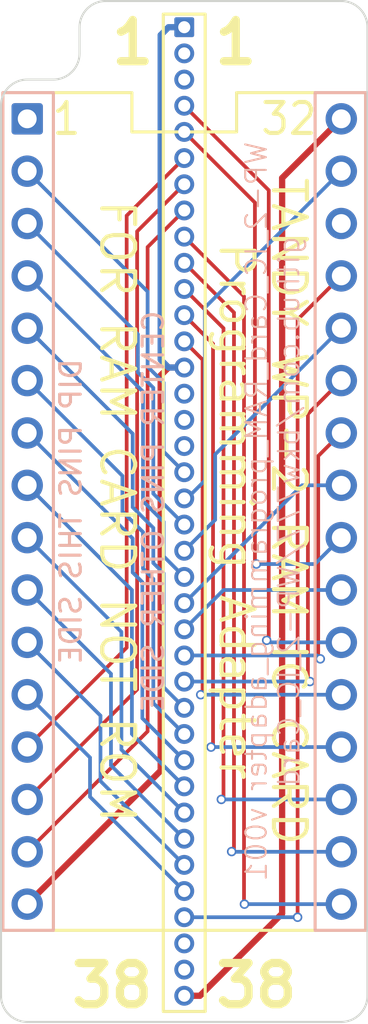
<source format=kicad_pcb>
(kicad_pcb (version 20171130) (host pcbnew 5.1.7-a382d34a8~87~ubuntu20.04.1)

  (general
    (thickness 1.6)
    (drawings 45)
    (tracks 143)
    (zones 0)
    (modules 2)
    (nets 31)
  )

  (page USLetter)
  (title_block
    (title "Programming Adapter for WP-2 RAM IC Card")
    (date 2020-11-16)
    (rev 001)
    (company "Brian K. White - b.kenyon.w@gmail.com")
  )

  (layers
    (0 F.Cu signal)
    (31 B.Cu signal)
    (32 B.Adhes user)
    (33 F.Adhes user)
    (34 B.Paste user)
    (35 F.Paste user)
    (36 B.SilkS user)
    (37 F.SilkS user)
    (38 B.Mask user)
    (39 F.Mask user)
    (40 Dwgs.User user hide)
    (41 Cmts.User user hide)
    (42 Eco1.User user hide)
    (43 Eco2.User user hide)
    (44 Edge.Cuts user)
    (45 Margin user hide)
    (46 B.CrtYd user hide)
    (47 F.CrtYd user hide)
    (48 B.Fab user hide)
    (49 F.Fab user hide)
  )

  (setup
    (last_trace_width 0.18)
    (user_trace_width 0.18)
    (user_trace_width 0.2032)
    (user_trace_width 0.3048)
    (trace_clearance 0.16)
    (zone_clearance 0.2)
    (zone_45_only no)
    (trace_min 0.16)
    (via_size 0.46)
    (via_drill 0.3)
    (via_min_size 0.4)
    (via_min_drill 0.25)
    (user_via 0.46 0.3)
    (uvia_size 0.41)
    (uvia_drill 0.25)
    (uvias_allowed no)
    (uvia_min_size 0.4)
    (uvia_min_drill 0.25)
    (edge_width 0.1)
    (segment_width 0.2)
    (pcb_text_width 0.3)
    (pcb_text_size 1.5 1.5)
    (mod_edge_width 0.15)
    (mod_text_size 1 1)
    (mod_text_width 0.15)
    (pad_size 1.524 1.524)
    (pad_drill 0.9144)
    (pad_to_mask_clearance 0)
    (aux_axis_origin 139.686 99.695)
    (grid_origin 139.686 99.695)
    (visible_elements FFFFFF7F)
    (pcbplotparams
      (layerselection 0x010fc_ffffffff)
      (usegerberextensions false)
      (usegerberattributes true)
      (usegerberadvancedattributes true)
      (creategerberjobfile true)
      (excludeedgelayer true)
      (linewidth 0.100000)
      (plotframeref false)
      (viasonmask false)
      (mode 1)
      (useauxorigin false)
      (hpglpennumber 1)
      (hpglpenspeed 20)
      (hpglpendiameter 15.000000)
      (psnegative false)
      (psa4output false)
      (plotreference true)
      (plotvalue true)
      (plotinvisibletext false)
      (padsonsilk false)
      (subtractmaskfromsilk false)
      (outputformat 1)
      (mirror false)
      (drillshape 0)
      (scaleselection 1)
      (outputdirectory "GERBER_WP-2_IC_CARD_ROM_programming_adapter"))
  )

  (net 0 "")
  (net 1 GND)
  (net 2 /~OE)
  (net 3 /D0)
  (net 4 /D1)
  (net 5 /D2)
  (net 6 /D3)
  (net 7 /D4)
  (net 8 /D5)
  (net 9 /D6)
  (net 10 /D7)
  (net 11 /A16)
  (net 12 /A15)
  (net 13 /A14)
  (net 14 /A13)
  (net 15 /A12)
  (net 16 /A11)
  (net 17 /A10)
  (net 18 /A9)
  (net 19 /A8)
  (net 20 /A7)
  (net 21 /A6)
  (net 22 /A5)
  (net 23 /A4)
  (net 24 /A3)
  (net 25 /A2)
  (net 26 /A1)
  (net 27 /A0)
  (net 28 /R~W)
  (net 29 /VDD)
  (net 30 /~CE1)

  (net_class Default "This is the default net class."
    (clearance 0.16)
    (trace_width 0.18)
    (via_dia 0.46)
    (via_drill 0.3)
    (uvia_dia 0.41)
    (uvia_drill 0.25)
    (diff_pair_width 0.16)
    (diff_pair_gap 0.16)
    (add_net /A0)
    (add_net /A1)
    (add_net /A10)
    (add_net /A11)
    (add_net /A12)
    (add_net /A13)
    (add_net /A14)
    (add_net /A15)
    (add_net /A16)
    (add_net /A17)
    (add_net /A2)
    (add_net /A3)
    (add_net /A4)
    (add_net /A5)
    (add_net /A6)
    (add_net /A7)
    (add_net /A8)
    (add_net /A9)
    (add_net /BCHK)
    (add_net /D0)
    (add_net /D1)
    (add_net /D2)
    (add_net /D3)
    (add_net /D4)
    (add_net /D5)
    (add_net /D6)
    (add_net /D7)
    (add_net /R~W)
    (add_net /VDD)
    (add_net /~CE1)
    (add_net /~DET)
    (add_net /~OE)
    (add_net GND)
    (add_net "Net-(J1-Pad15)")
    (add_net "Net-(J1-Pad16)")
    (add_net "Net-(J1-Pad3)")
    (add_net "Net-(J1-Pad36)")
    (add_net "Net-(J2-Pad1)")
  )

  (module 0_LOCAL:Pin_Header_Straight_1x38_Pitch1.27mm (layer F.Cu) (tedit 5F9BA5EF) (tstamp 5F8D6560)
    (at 139.686 99.695)
    (descr "Through hole straight pin header, 1x38, 1.27mm pitch, single row")
    (tags "Through hole pin header THT 1x38 1.27mm single row")
    (path /5F6EF0A3)
    (fp_text reference J1 (at 1.27 0 -90) (layer F.SilkS) hide
      (effects (font (size 1 1) (thickness 0.15)))
    )
    (fp_text value Conn_01x38_Male (at -1.27 0 -90) (layer F.Fab)
      (effects (font (size 1 1) (thickness 0.15)))
    )
    (fp_text user %R (at 1.27 0 -90) (layer F.Fab)
      (effects (font (size 1 1) (thickness 0.15)))
    )
    (pad 1 thru_hole roundrect (at 0 -23.495) (size 0.9652 0.9652) (drill 0.5842) (layers *.Cu *.Mask) (roundrect_rratio 0.1)
      (net 1 GND))
    (pad 2 thru_hole circle (at 0 -22.225) (size 0.9652 0.9652) (drill 0.5842) (layers *.Cu *.Mask))
    (pad 3 thru_hole circle (at 0 -20.955) (size 0.9652 0.9652) (drill 0.5842) (layers *.Cu *.Mask))
    (pad 4 thru_hole circle (at 0 -19.685) (size 0.9652 0.9652) (drill 0.5842) (layers *.Cu *.Mask)
      (net 30 /~CE1))
    (pad 5 thru_hole circle (at 0 -18.415) (size 0.9652 0.9652) (drill 0.5842) (layers *.Cu *.Mask)
      (net 2 /~OE))
    (pad 6 thru_hole circle (at 0 -17.145) (size 0.9652 0.9652) (drill 0.5842) (layers *.Cu *.Mask)
      (net 3 /D0))
    (pad 7 thru_hole circle (at 0 -15.875) (size 0.9652 0.9652) (drill 0.5842) (layers *.Cu *.Mask)
      (net 4 /D1))
    (pad 8 thru_hole circle (at 0 -14.605) (size 0.9652 0.9652) (drill 0.5842) (layers *.Cu *.Mask)
      (net 5 /D2))
    (pad 9 thru_hole circle (at 0 -13.335) (size 0.9652 0.9652) (drill 0.5842) (layers *.Cu *.Mask)
      (net 6 /D3))
    (pad 10 thru_hole circle (at 0 -12.065) (size 0.9652 0.9652) (drill 0.5842) (layers *.Cu *.Mask)
      (net 7 /D4))
    (pad 11 thru_hole circle (at 0 -10.795) (size 0.9652 0.9652) (drill 0.5842) (layers *.Cu *.Mask)
      (net 8 /D5))
    (pad 12 thru_hole circle (at 0 -9.525) (size 0.9652 0.9652) (drill 0.5842) (layers *.Cu *.Mask)
      (net 9 /D6))
    (pad 13 thru_hole circle (at 0 -8.255) (size 0.9652 0.9652) (drill 0.5842) (layers *.Cu *.Mask)
      (net 10 /D7))
    (pad 14 thru_hole circle (at 0 -6.985) (size 0.9652 0.9652) (drill 0.5842) (layers *.Cu *.Mask)
      (net 1 GND))
    (pad 15 thru_hole circle (at 0 -5.715) (size 0.9652 0.9652) (drill 0.5842) (layers *.Cu *.Mask))
    (pad 16 thru_hole circle (at 0 -4.445) (size 0.9652 0.9652) (drill 0.5842) (layers *.Cu *.Mask))
    (pad 17 thru_hole circle (at 0 -3.175) (size 0.9652 0.9652) (drill 0.5842) (layers *.Cu *.Mask))
    (pad 18 thru_hole circle (at 0 -1.905) (size 0.9652 0.9652) (drill 0.5842) (layers *.Cu *.Mask)
      (net 11 /A16))
    (pad 19 thru_hole circle (at 0 -0.635) (size 0.9652 0.9652) (drill 0.5842) (layers *.Cu *.Mask)
      (net 12 /A15))
    (pad 20 thru_hole circle (at 0 0.635) (size 0.9652 0.9652) (drill 0.5842) (layers *.Cu *.Mask)
      (net 13 /A14))
    (pad 21 thru_hole circle (at 0 1.905) (size 0.9652 0.9652) (drill 0.5842) (layers *.Cu *.Mask)
      (net 14 /A13))
    (pad 22 thru_hole circle (at 0 3.175) (size 0.9652 0.9652) (drill 0.5842) (layers *.Cu *.Mask)
      (net 15 /A12))
    (pad 23 thru_hole circle (at 0 4.445) (size 0.9652 0.9652) (drill 0.5842) (layers *.Cu *.Mask)
      (net 16 /A11))
    (pad 24 thru_hole circle (at 0 5.715) (size 0.9652 0.9652) (drill 0.5842) (layers *.Cu *.Mask)
      (net 17 /A10))
    (pad 25 thru_hole circle (at 0 6.985) (size 0.9652 0.9652) (drill 0.5842) (layers *.Cu *.Mask)
      (net 18 /A9))
    (pad 26 thru_hole circle (at 0 8.255) (size 0.9652 0.9652) (drill 0.5842) (layers *.Cu *.Mask)
      (net 19 /A8))
    (pad 27 thru_hole circle (at 0 9.525) (size 0.9652 0.9652) (drill 0.5842) (layers *.Cu *.Mask)
      (net 20 /A7))
    (pad 28 thru_hole circle (at 0 10.795) (size 0.9652 0.9652) (drill 0.5842) (layers *.Cu *.Mask)
      (net 21 /A6))
    (pad 29 thru_hole circle (at 0 12.065) (size 0.9652 0.9652) (drill 0.5842) (layers *.Cu *.Mask)
      (net 22 /A5))
    (pad 30 thru_hole circle (at 0 13.335) (size 0.9652 0.9652) (drill 0.5842) (layers *.Cu *.Mask)
      (net 23 /A4))
    (pad 31 thru_hole circle (at 0 14.605) (size 0.9652 0.9652) (drill 0.5842) (layers *.Cu *.Mask)
      (net 24 /A3))
    (pad 32 thru_hole circle (at 0 15.875) (size 0.9652 0.9652) (drill 0.5842) (layers *.Cu *.Mask)
      (net 25 /A2))
    (pad 33 thru_hole circle (at 0 17.145) (size 0.9652 0.9652) (drill 0.5842) (layers *.Cu *.Mask)
      (net 26 /A1))
    (pad 34 thru_hole circle (at 0 18.415) (size 0.9652 0.9652) (drill 0.5842) (layers *.Cu *.Mask)
      (net 27 /A0))
    (pad 35 thru_hole circle (at 0 19.685) (size 0.9652 0.9652) (drill 0.5842) (layers *.Cu *.Mask)
      (net 28 /R~W))
    (pad 36 thru_hole circle (at 0 20.955) (size 0.9652 0.9652) (drill 0.5842) (layers *.Cu *.Mask))
    (pad 37 thru_hole circle (at 0 22.225) (size 0.9652 0.9652) (drill 0.5842) (layers *.Cu *.Mask))
    (pad 38 thru_hole circle (at 0 23.495) (size 0.9652 0.9652) (drill 0.5842) (layers *.Cu *.Mask)
      (net 29 /VDD))
    (model ${KIPRJMOD}/3d/PinHeader_1x38_P1.27mm_Vertical.step
      (offset (xyz 0 23.495 0))
      (scale (xyz 1 1 1))
      (rotate (xyz 0 0 0))
    )
    (model ${KIPRJMOD}/WP-2_IC_Card_RAM.step
      (offset (xyz -1.1303 0 9.499599999999999))
      (scale (xyz 1 1 1))
      (rotate (xyz 0 -90 0))
    )
  )

  (module 0_LOCAL:2x16x600 (layer F.Cu) (tedit 5FB34576) (tstamp 5F8D79D1)
    (at 139.686 99.695)
    (descr "32-lead dip package, row spacing 7.62 mm (300 mils)")
    (tags "DIL DIP PDIP 2.54mm 7.62mm 300mil")
    (path /5F97A8B8)
    (fp_text reference J2 (at -3.81 -19.05) (layer F.SilkS) hide
      (effects (font (size 1 1) (thickness 0.15)))
    )
    (fp_text value Conn_02x16_Counter_Clockwise (at 0 21.44) (layer F.Fab)
      (effects (font (size 1 1) (thickness 0.15)))
    )
    (fp_text user %R (at -3.81 0) (layer F.Fab)
      (effects (font (size 1 1) (thickness 0.15)))
    )
    (pad 1 thru_hole roundrect (at -7.62 -19.05) (size 1.524 1.524) (drill 0.9144) (layers *.Cu *.Mask) (roundrect_rratio 0.1))
    (pad 17 thru_hole circle (at 7.62 19.05) (size 1.524 1.524) (drill 0.9144) (layers *.Cu *.Mask)
      (net 6 /D3))
    (pad 2 thru_hole circle (at -7.62 -16.51) (size 1.524 1.524) (drill 0.9144) (layers *.Cu *.Mask)
      (net 11 /A16))
    (pad 18 thru_hole circle (at 7.62 16.51) (size 1.524 1.524) (drill 0.9144) (layers *.Cu *.Mask)
      (net 7 /D4))
    (pad 3 thru_hole circle (at -7.62 -13.97) (size 1.524 1.524) (drill 0.9144) (layers *.Cu *.Mask)
      (net 13 /A14))
    (pad 19 thru_hole circle (at 7.62 13.97) (size 1.524 1.524) (drill 0.9144) (layers *.Cu *.Mask)
      (net 8 /D5))
    (pad 4 thru_hole circle (at -7.62 -11.43) (size 1.524 1.524) (drill 0.9144) (layers *.Cu *.Mask)
      (net 15 /A12))
    (pad 20 thru_hole circle (at 7.62 11.43) (size 1.524 1.524) (drill 0.9144) (layers *.Cu *.Mask)
      (net 9 /D6))
    (pad 5 thru_hole circle (at -7.62 -8.89) (size 1.524 1.524) (drill 0.9144) (layers *.Cu *.Mask)
      (net 20 /A7))
    (pad 21 thru_hole circle (at 7.62 8.89) (size 1.524 1.524) (drill 0.9144) (layers *.Cu *.Mask)
      (net 10 /D7))
    (pad 6 thru_hole circle (at -7.62 -6.35) (size 1.524 1.524) (drill 0.9144) (layers *.Cu *.Mask)
      (net 21 /A6))
    (pad 22 thru_hole circle (at 7.62 6.35) (size 1.524 1.524) (drill 0.9144) (layers *.Cu *.Mask)
      (net 30 /~CE1))
    (pad 7 thru_hole circle (at -7.62 -3.81) (size 1.524 1.524) (drill 0.9144) (layers *.Cu *.Mask)
      (net 22 /A5))
    (pad 23 thru_hole circle (at 7.62 3.81) (size 1.524 1.524) (drill 0.9144) (layers *.Cu *.Mask)
      (net 17 /A10))
    (pad 8 thru_hole circle (at -7.62 -1.27) (size 1.524 1.524) (drill 0.9144) (layers *.Cu *.Mask)
      (net 23 /A4))
    (pad 24 thru_hole circle (at 7.62 1.27) (size 1.524 1.524) (drill 0.9144) (layers *.Cu *.Mask)
      (net 2 /~OE))
    (pad 9 thru_hole circle (at -7.62 1.27) (size 1.524 1.524) (drill 0.9144) (layers *.Cu *.Mask)
      (net 24 /A3))
    (pad 25 thru_hole circle (at 7.62 -1.27) (size 1.524 1.524) (drill 0.9144) (layers *.Cu *.Mask)
      (net 16 /A11))
    (pad 10 thru_hole circle (at -7.62 3.81) (size 1.524 1.524) (drill 0.9144) (layers *.Cu *.Mask)
      (net 25 /A2))
    (pad 26 thru_hole circle (at 7.62 -3.81) (size 1.524 1.524) (drill 0.9144) (layers *.Cu *.Mask)
      (net 18 /A9))
    (pad 11 thru_hole circle (at -7.62 6.35) (size 1.524 1.524) (drill 0.9144) (layers *.Cu *.Mask)
      (net 26 /A1))
    (pad 27 thru_hole circle (at 7.62 -6.35) (size 1.524 1.524) (drill 0.9144) (layers *.Cu *.Mask)
      (net 19 /A8))
    (pad 12 thru_hole circle (at -7.62 8.89) (size 1.524 1.524) (drill 0.9144) (layers *.Cu *.Mask)
      (net 27 /A0))
    (pad 28 thru_hole circle (at 7.62 -8.89) (size 1.524 1.524) (drill 0.9144) (layers *.Cu *.Mask)
      (net 14 /A13))
    (pad 13 thru_hole circle (at -7.62 11.43) (size 1.524 1.524) (drill 0.9144) (layers *.Cu *.Mask)
      (net 3 /D0))
    (pad 29 thru_hole circle (at 7.62 -11.43) (size 1.524 1.524) (drill 0.9144) (layers *.Cu *.Mask)
      (net 28 /R~W))
    (pad 14 thru_hole circle (at -7.62 13.97) (size 1.524 1.524) (drill 0.9144) (layers *.Cu *.Mask)
      (net 4 /D1))
    (pad 30 thru_hole circle (at 7.62 -13.97) (size 1.524 1.524) (drill 0.9144) (layers *.Cu *.Mask))
    (pad 15 thru_hole circle (at -7.62 16.51) (size 1.524 1.524) (drill 0.9144) (layers *.Cu *.Mask)
      (net 5 /D2))
    (pad 31 thru_hole circle (at 7.62 -16.51) (size 1.524 1.524) (drill 0.9144) (layers *.Cu *.Mask)
      (net 12 /A15))
    (pad 16 thru_hole circle (at -7.62 19.05) (size 1.524 1.524) (drill 0.9144) (layers *.Cu *.Mask)
      (net 1 GND))
    (pad 32 thru_hole circle (at 7.62 -19.05) (size 1.524 1.524) (drill 0.9144) (layers *.Cu *.Mask)
      (net 29 /VDD))
    (model ${KIPRJMOD}/3d/PinHeader_1x16_P2.54mm_Vertical.step
      (offset (xyz 7.62 19.05 -1.7272))
      (scale (xyz 1 1 1))
      (rotate (xyz 0 180 0))
    )
    (model ${KIPRJMOD}/3d/PinHeader_1x16_P2.54mm_Vertical.step
      (offset (xyz -7.62 19.05 -1.7272))
      (scale (xyz 1 1 1))
      (rotate (xyz 0 -180 0))
    )
  )

  (gr_text "FOR RAM CARD NOT ROM" (at 136.436 99.695 -90) (layer F.SilkS) (tstamp 5FB3482F)
    (effects (font (size 1.6 1.6) (thickness 0.2)))
  )
  (gr_line (start 132.066 78.74) (end 133.336 78.74) (layer Edge.Cuts) (width 0.1) (tstamp 5FB32F16))
  (gr_line (start 134.606 77.47) (end 134.606 76.2) (layer Edge.Cuts) (width 0.1) (tstamp 5FB32F14))
  (gr_arc (start 133.336 77.47) (end 133.336 78.74) (angle -90) (layer Edge.Cuts) (width 0.1) (tstamp 5FB32F03))
  (gr_line (start 130.796 123.19) (end 130.796 80.01) (layer Edge.Cuts) (width 0.1) (tstamp 5FB32EFB))
  (gr_line (start 147.306 124.46) (end 132.066 124.46) (layer Edge.Cuts) (width 0.1) (tstamp 5FB32EF7))
  (gr_line (start 148.576 76.2) (end 148.576 123.19) (layer Edge.Cuts) (width 0.1) (tstamp 5FB32EF2))
  (gr_line (start 135.876 74.93) (end 147.306 74.93) (layer Edge.Cuts) (width 0.1) (tstamp 5FB32EEE))
  (gr_arc (start 147.306 123.19) (end 147.306 124.46) (angle -90) (layer Edge.Cuts) (width 0.1) (tstamp 5FB32ECA))
  (gr_arc (start 147.306 76.2) (end 148.576 76.2) (angle -90) (layer Edge.Cuts) (width 0.1) (tstamp 5FB32EB0))
  (gr_arc (start 135.876 76.2) (end 135.876 74.93) (angle -90) (layer Edge.Cuts) (width 0.1) (tstamp 5FB32E70))
  (gr_arc (start 132.066 80.01) (end 132.066 78.74) (angle -90) (layer Edge.Cuts) (width 0.1) (tstamp 5FB32E3B))
  (gr_arc (start 132.066 123.19) (end 130.796 123.19) (angle -90) (layer Edge.Cuts) (width 0.1))
  (gr_text 38 (at 143.186 122.695) (layer F.SilkS) (tstamp 5FB29B09)
    (effects (font (size 2 2) (thickness 0.4)))
  )
  (gr_text 1 (at 142.186 76.945) (layer F.SilkS) (tstamp 5FB29B06)
    (effects (font (size 2 2) (thickness 0.4)))
  )
  (gr_text "CENTER PINS OTHER SIDE" (at 138.186 99.695 90) (layer B.SilkS) (tstamp 5FAE3338)
    (effects (font (size 1 1) (thickness 0.15)) (justify mirror))
  )
  (gr_text "WP-2_IC_Card_RAM_programming_adapter v001" (at 143.186 99.695 90) (layer B.SilkS) (tstamp 5F9B912B)
    (effects (font (size 1 1) (thickness 0.1)) (justify mirror))
  )
  (gr_line (start 138.67 75.565) (end 140.702 75.565) (layer F.SilkS) (width 0.15))
  (gr_line (start 138.67 123.952) (end 138.67 75.565) (layer F.SilkS) (width 0.15))
  (gr_line (start 140.702 123.952) (end 138.67 123.952) (layer F.SilkS) (width 0.15))
  (gr_line (start 140.702 75.565) (end 140.702 123.952) (layer F.SilkS) (width 0.15))
  (gr_text 32 (at 144.766 80.645) (layer F.SilkS) (tstamp 5F8D5FA6)
    (effects (font (size 1.5 1.4) (thickness 0.2)))
  )
  (gr_line (start 148.486 120.015) (end 148.486 79.375) (layer F.SilkS) (width 0.15))
  (gr_line (start 130.886 120.015) (end 148.486 120.015) (layer F.SilkS) (width 0.15))
  (gr_line (start 130.886 79.375) (end 130.886 120.015) (layer F.SilkS) (width 0.15) (tstamp 5F98B4D4))
  (gr_line (start 142.226 81.28) (end 142.226 79.375) (layer F.SilkS) (width 0.15) (tstamp 5F8D513D))
  (gr_line (start 137.146 81.28) (end 142.226 81.28) (layer F.SilkS) (width 0.15))
  (gr_line (start 137.146 79.375) (end 137.146 81.28) (layer F.SilkS) (width 0.15))
  (gr_line (start 142.226 79.375) (end 148.486 79.375) (layer F.SilkS) (width 0.15) (tstamp 5F8D513B))
  (gr_line (start 130.886 79.375) (end 137.146 79.375) (layer F.SilkS) (width 0.15))
  (gr_text 1 (at 133.971 80.645) (layer F.SilkS)
    (effects (font (size 1.5 1.4) (thickness 0.2)))
  )
  (gr_text github.com/bkw777/WP-2_IC_Card (at 144.766 99.695 90) (layer B.SilkS)
    (effects (font (size 1 1) (thickness 0.1)) (justify mirror))
  )
  (gr_text "TANDY WP-2 RAM IC CARD" (at 144.766 99.695 -90) (layer F.SilkS) (tstamp 5F8DA936)
    (effects (font (size 1.6 1.6) (thickness 0.2)))
  )
  (gr_text 38 (at 136.186 122.695) (layer F.SilkS)
    (effects (font (size 2 2) (thickness 0.4)))
  )
  (gr_text 1 (at 137.186 76.945) (layer F.SilkS)
    (effects (font (size 2 2) (thickness 0.4)))
  )
  (gr_text "Programming Adapter" (at 142.226 99.695 -90) (layer F.SilkS)
    (effects (font (size 1.6 1.6) (thickness 0.2)))
  )
  (gr_text "DIP PINS THIS SIDE" (at 134.186 99.695 90) (layer B.SilkS)
    (effects (font (size 1 1) (thickness 0.15)) (justify mirror))
  )
  (gr_line (start 146.036 79.375) (end 148.486 79.375) (layer B.SilkS) (width 0.15) (tstamp 5F8D854A))
  (gr_line (start 146.036 120.015) (end 146.036 79.375) (layer B.SilkS) (width 0.15))
  (gr_line (start 148.486 120.015) (end 146.036 120.015) (layer B.SilkS) (width 0.15))
  (gr_line (start 148.486 79.375) (end 148.486 120.015) (layer B.SilkS) (width 0.15))
  (gr_line (start 130.886 79.375) (end 133.336 79.375) (layer B.SilkS) (width 0.15) (tstamp 5F8D8547))
  (gr_line (start 130.886 120.015) (end 130.886 79.375) (layer B.SilkS) (width 0.15))
  (gr_line (start 133.336 120.015) (end 130.886 120.015) (layer B.SilkS) (width 0.15))
  (gr_line (start 133.336 79.375) (end 133.336 120.015) (layer B.SilkS) (width 0.15))

  (segment (start 138.924 76.2) (end 139.686 76.2) (width 0.3048) (layer B.Cu) (net 1))
  (segment (start 138.543 76.581) (end 138.924 76.2) (width 0.3048) (layer B.Cu) (net 1))
  (segment (start 138.543 92.329) (end 138.543 76.581) (width 0.3048) (layer B.Cu) (net 1))
  (segment (start 138.924 92.71) (end 138.543 92.329) (width 0.3048) (layer B.Cu) (net 1))
  (segment (start 139.686 92.71) (end 138.924 92.71) (width 0.3048) (layer B.Cu) (net 1))
  (segment (start 138.543 112.268) (end 132.066 118.745) (width 0.3048) (layer F.Cu) (net 1))
  (segment (start 138.543 93.091) (end 138.543 112.268) (width 0.3048) (layer F.Cu) (net 1))
  (segment (start 138.924 92.71) (end 138.543 93.091) (width 0.3048) (layer F.Cu) (net 1))
  (segment (start 139.686 92.71) (end 138.924 92.71) (width 0.3048) (layer F.Cu) (net 1))
  (segment (start 143.115 84.709) (end 139.686 81.28) (width 0.18) (layer F.Cu) (net 2))
  (segment (start 143.115 102.174) (end 143.115 84.709) (width 0.18) (layer F.Cu) (net 2))
  (segment (start 146.026 102.245) (end 147.306 100.965) (width 0.18) (layer B.Cu) (net 2))
  (segment (start 143.186 102.245) (end 143.115 102.174) (width 0.18) (layer F.Cu) (net 2))
  (segment (start 143.186 102.245) (end 146.026 102.245) (width 0.18) (layer B.Cu) (net 2))
  (via (at 143.186 102.245) (size 0.46) (drill 0.3) (layers F.Cu B.Cu) (net 2))
  (segment (start 136.892 85.344) (end 139.686 82.55) (width 0.18) (layer F.Cu) (net 3))
  (segment (start 136.892 106.299) (end 136.892 85.344) (width 0.18) (layer F.Cu) (net 3))
  (segment (start 132.066 111.125) (end 136.892 106.299) (width 0.18) (layer F.Cu) (net 3))
  (segment (start 137.4 86.106) (end 139.686 83.82) (width 0.18) (layer F.Cu) (net 4))
  (segment (start 137.4 108.331) (end 137.4 86.106) (width 0.18) (layer F.Cu) (net 4))
  (segment (start 132.066 113.665) (end 137.4 108.331) (width 0.18) (layer F.Cu) (net 4))
  (segment (start 137.908 86.868) (end 139.686 85.09) (width 0.18) (layer F.Cu) (net 5))
  (segment (start 137.908 110.363) (end 137.908 86.868) (width 0.18) (layer F.Cu) (net 5))
  (segment (start 132.066 116.205) (end 137.908 110.363) (width 0.18) (layer F.Cu) (net 5))
  (via (at 142.607 118.745) (size 0.46) (drill 0.3) (layers F.Cu B.Cu) (net 6))
  (segment (start 146.29 118.745) (end 147.306 118.745) (width 0.18) (layer B.Cu) (net 6))
  (segment (start 142.607 118.745) (end 146.29 118.745) (width 0.18) (layer B.Cu) (net 6))
  (segment (start 142.607 118.745) (end 142.586 118.724) (width 0.18) (layer F.Cu) (net 6))
  (segment (start 142.586 118.724) (end 142.586 89.26) (width 0.18) (layer F.Cu) (net 6))
  (segment (start 142.586 89.26) (end 139.686 86.36) (width 0.18) (layer F.Cu) (net 6))
  (segment (start 141.996 116.205) (end 147.306 116.205) (width 0.18) (layer B.Cu) (net 7))
  (segment (start 141.986 116.195) (end 141.996 116.205) (width 0.18) (layer B.Cu) (net 7))
  (via (at 141.986 116.195) (size 0.46) (drill 0.3) (layers F.Cu B.Cu) (net 7))
  (segment (start 141.986 116.195) (end 142.099 116.082) (width 0.18) (layer F.Cu) (net 7))
  (segment (start 142.099 116.082) (end 142.099 90.043) (width 0.18) (layer F.Cu) (net 7))
  (segment (start 142.099 90.043) (end 139.686 87.63) (width 0.18) (layer F.Cu) (net 7))
  (segment (start 141.486 113.665) (end 147.306 113.665) (width 0.18) (layer B.Cu) (net 8))
  (via (at 141.486 113.665) (size 0.46) (drill 0.3) (layers F.Cu B.Cu) (net 8))
  (segment (start 141.486 113.665) (end 141.591 113.56) (width 0.18) (layer F.Cu) (net 8))
  (segment (start 141.591 113.56) (end 141.591 90.805) (width 0.18) (layer F.Cu) (net 8))
  (segment (start 141.591 90.805) (end 139.686 88.9) (width 0.18) (layer F.Cu) (net 8))
  (segment (start 140.986 111.125) (end 147.306 111.125) (width 0.18) (layer B.Cu) (net 9))
  (via (at 140.986 111.125) (size 0.46) (drill 0.3) (layers F.Cu B.Cu) (net 9))
  (segment (start 140.986 111.125) (end 141.083 111.028) (width 0.18) (layer F.Cu) (net 9))
  (segment (start 141.083 111.028) (end 141.083 91.567) (width 0.18) (layer F.Cu) (net 9))
  (segment (start 141.083 91.567) (end 139.686 90.17) (width 0.18) (layer F.Cu) (net 9))
  (segment (start 140.575 92.329) (end 139.686 91.44) (width 0.18) (layer F.Cu) (net 10))
  (segment (start 140.575 108.496) (end 140.575 92.329) (width 0.18) (layer F.Cu) (net 10))
  (segment (start 140.486 108.585) (end 140.575 108.496) (width 0.18) (layer F.Cu) (net 10))
  (segment (start 140.486 108.585) (end 147.306 108.585) (width 0.18) (layer B.Cu) (net 10))
  (via (at 140.486 108.585) (size 0.46) (drill 0.3) (layers F.Cu B.Cu) (net 10))
  (segment (start 138.686 96.79) (end 139.686 97.79) (width 0.18) (layer B.Cu) (net 11))
  (segment (start 138.686 93.445) (end 138.686 96.79) (width 0.18) (layer B.Cu) (net 11))
  (segment (start 137.908 89.027) (end 137.908 92.667) (width 0.18) (layer B.Cu) (net 11))
  (segment (start 137.908 92.667) (end 138.686 93.445) (width 0.18) (layer B.Cu) (net 11))
  (segment (start 132.066 83.185) (end 137.908 89.027) (width 0.18) (layer B.Cu) (net 11))
  (segment (start 147.306 83.185) (end 147.196 83.185) (width 0.18) (layer F.Cu) (net 12))
  (segment (start 138.186 98.83) (end 139.686 100.33) (width 0.18) (layer B.Cu) (net 13))
  (segment (start 138.186 93.695) (end 138.186 98.83) (width 0.18) (layer B.Cu) (net 13))
  (segment (start 137.436 92.945) (end 138.186 93.695) (width 0.18) (layer B.Cu) (net 13))
  (segment (start 137.436 91.095) (end 137.436 92.945) (width 0.18) (layer B.Cu) (net 13))
  (segment (start 132.066 85.725) (end 137.436 91.095) (width 0.18) (layer B.Cu) (net 13))
  (segment (start 141.186 100.1) (end 139.686 101.6) (width 0.18) (layer B.Cu) (net 14))
  (segment (start 141.186 96.925) (end 141.186 100.1) (width 0.18) (layer B.Cu) (net 14))
  (segment (start 147.306 90.805) (end 141.186 96.925) (width 0.18) (layer B.Cu) (net 14))
  (segment (start 138.686 101.87) (end 139.686 102.87) (width 0.18) (layer B.Cu) (net 15))
  (segment (start 138.686 100.195) (end 138.686 101.87) (width 0.18) (layer B.Cu) (net 15))
  (segment (start 137.686 99.195) (end 138.686 100.195) (width 0.18) (layer B.Cu) (net 15))
  (segment (start 137.686 93.885) (end 137.686 99.195) (width 0.18) (layer B.Cu) (net 15))
  (segment (start 132.066 88.265) (end 137.686 93.885) (width 0.18) (layer B.Cu) (net 15))
  (segment (start 146.686 98.445) (end 147.286 98.445) (width 0.25) (layer B.Cu) (net 16))
  (segment (start 147.286 98.445) (end 147.306 98.425) (width 0.25) (layer B.Cu) (net 16))
  (segment (start 145.401 98.425) (end 139.686 104.14) (width 0.18) (layer B.Cu) (net 16))
  (segment (start 147.306 98.425) (end 145.401 98.425) (width 0.18) (layer B.Cu) (net 16))
  (segment (start 141.591 103.505) (end 147.306 103.505) (width 0.18) (layer B.Cu) (net 17))
  (segment (start 139.686 105.41) (end 141.591 103.505) (width 0.18) (layer B.Cu) (net 17))
  (segment (start 146.286 106.845) (end 146.186 106.745) (width 0.18) (layer F.Cu) (net 18))
  (segment (start 146.121 106.68) (end 139.686 106.68) (width 0.18) (layer B.Cu) (net 18))
  (segment (start 146.186 97.005) (end 147.306 95.885) (width 0.18) (layer F.Cu) (net 18))
  (segment (start 146.286 106.845) (end 146.121 106.68) (width 0.18) (layer B.Cu) (net 18))
  (segment (start 146.186 106.745) (end 146.186 97.005) (width 0.18) (layer F.Cu) (net 18))
  (via (at 146.286 106.845) (size 0.46) (drill 0.3) (layers F.Cu B.Cu) (net 18))
  (segment (start 139.691 107.945) (end 139.686 107.95) (width 0.2032) (layer B.Cu) (net 19))
  (segment (start 145.686 94.965) (end 147.306 93.345) (width 0.18) (layer F.Cu) (net 19))
  (segment (start 145.686 107.845) (end 145.686 94.965) (width 0.18) (layer F.Cu) (net 19))
  (segment (start 145.786 107.945) (end 139.691 107.945) (width 0.18) (layer B.Cu) (net 19))
  (segment (start 145.786 107.945) (end 145.686 107.845) (width 0.18) (layer F.Cu) (net 19))
  (via (at 145.786 107.945) (size 0.46) (drill 0.3) (layers F.Cu B.Cu) (net 19))
  (segment (start 138.186 102.195) (end 138.686 102.695) (width 0.18) (layer B.Cu) (net 20))
  (segment (start 138.186 100.49175) (end 138.186 102.195) (width 0.18) (layer B.Cu) (net 20))
  (segment (start 137.186 99.49175) (end 138.186 100.49175) (width 0.18) (layer B.Cu) (net 20))
  (segment (start 137.186 95.925) (end 137.186 99.49175) (width 0.18) (layer B.Cu) (net 20))
  (segment (start 138.686 108.22) (end 139.686 109.22) (width 0.18) (layer B.Cu) (net 20))
  (segment (start 138.686 102.695) (end 138.686 108.22) (width 0.18) (layer B.Cu) (net 20))
  (segment (start 132.066 90.805) (end 137.186 95.925) (width 0.18) (layer B.Cu) (net 20))
  (segment (start 138.186 108.99) (end 139.686 110.49) (width 0.18) (layer B.Cu) (net 21))
  (segment (start 137.686 100.695) (end 137.686 102.4675) (width 0.18) (layer B.Cu) (net 21))
  (segment (start 136.686 99.695) (end 137.686 100.695) (width 0.18) (layer B.Cu) (net 21))
  (segment (start 136.686 97.965) (end 136.686 99.695) (width 0.18) (layer B.Cu) (net 21))
  (segment (start 138.186 102.9675) (end 138.186 108.99) (width 0.18) (layer B.Cu) (net 21))
  (segment (start 137.686 102.4675) (end 138.186 102.9675) (width 0.18) (layer B.Cu) (net 21))
  (segment (start 132.066 93.345) (end 136.686 97.965) (width 0.18) (layer B.Cu) (net 21))
  (segment (start 137.654 109.728) (end 139.686 111.76) (width 0.18) (layer B.Cu) (net 22))
  (segment (start 137.654 103.124) (end 137.654 109.728) (width 0.18) (layer B.Cu) (net 22))
  (segment (start 137.186 102.656) (end 137.654 103.124) (width 0.18) (layer B.Cu) (net 22))
  (segment (start 137.186 101.005) (end 137.186 102.656) (width 0.18) (layer B.Cu) (net 22))
  (segment (start 132.066 95.885) (end 137.186 101.005) (width 0.18) (layer B.Cu) (net 22))
  (segment (start 137.146 110.49) (end 139.686 113.03) (width 0.18) (layer B.Cu) (net 23))
  (segment (start 137.146 103.505) (end 137.146 110.49) (width 0.18) (layer B.Cu) (net 23))
  (segment (start 132.066 98.425) (end 137.146 103.505) (width 0.18) (layer B.Cu) (net 23))
  (segment (start 136.638 111.252) (end 139.686 114.3) (width 0.18) (layer B.Cu) (net 24))
  (segment (start 136.638 105.537) (end 136.638 111.252) (width 0.18) (layer B.Cu) (net 24))
  (segment (start 132.066 100.965) (end 136.638 105.537) (width 0.18) (layer B.Cu) (net 24))
  (segment (start 136.13 112.014) (end 139.686 115.57) (width 0.18) (layer B.Cu) (net 25))
  (segment (start 136.13 107.569) (end 136.13 112.014) (width 0.18) (layer B.Cu) (net 25))
  (segment (start 132.066 103.505) (end 136.13 107.569) (width 0.18) (layer B.Cu) (net 25))
  (segment (start 135.622 112.776) (end 139.686 116.84) (width 0.18) (layer B.Cu) (net 26))
  (segment (start 135.622 109.601) (end 135.622 112.776) (width 0.18) (layer B.Cu) (net 26))
  (segment (start 132.066 106.045) (end 135.622 109.601) (width 0.18) (layer B.Cu) (net 26))
  (segment (start 135.114 113.538) (end 139.686 118.11) (width 0.18) (layer B.Cu) (net 27))
  (segment (start 135.114 111.633) (end 135.114 113.538) (width 0.18) (layer B.Cu) (net 27))
  (segment (start 132.066 108.585) (end 135.114 111.633) (width 0.18) (layer B.Cu) (net 27))
  (segment (start 145.186 119.38) (end 139.686 119.38) (width 0.18) (layer B.Cu) (net 28))
  (via (at 145.186 119.38) (size 0.46) (drill 0.3) (layers F.Cu B.Cu) (net 28))
  (segment (start 145.186 90.385) (end 147.306 88.265) (width 0.18) (layer F.Cu) (net 28))
  (segment (start 145.186 119.38) (end 145.186 90.385) (width 0.18) (layer F.Cu) (net 28))
  (segment (start 140.448 123.19) (end 139.686 123.19) (width 0.3048) (layer F.Cu) (net 29))
  (segment (start 144.436 119.202) (end 140.448 123.19) (width 0.3048) (layer F.Cu) (net 29))
  (segment (start 144.436 83.515) (end 144.436 119.202) (width 0.3048) (layer F.Cu) (net 29))
  (segment (start 147.306 80.645) (end 144.436 83.515) (width 0.3048) (layer F.Cu) (net 29))
  (segment (start 143.686 105.945) (end 143.686 105.945) (width 0.18) (layer F.Cu) (net 30) (tstamp 5FB31EA8))
  (via (at 143.686 105.945) (size 0.46) (drill 0.3) (layers F.Cu B.Cu) (net 30))
  (segment (start 143.786 106.045) (end 143.686 105.945) (width 0.18) (layer B.Cu) (net 30))
  (segment (start 147.306 106.045) (end 143.786 106.045) (width 0.18) (layer B.Cu) (net 30))
  (segment (start 143.786 105.845) (end 143.686 105.945) (width 0.18) (layer F.Cu) (net 30))
  (segment (start 143.786 84.11) (end 143.786 105.845) (width 0.18) (layer F.Cu) (net 30))
  (segment (start 139.686 80.01) (end 143.786 84.11) (width 0.18) (layer F.Cu) (net 30))
  (segment (start 147.256 85.725) (end 147.306 85.725) (width 0.2032) (layer B.Cu) (net 0))
  (segment (start 147.226 85.695) (end 147.256 85.725) (width 0.2032) (layer B.Cu) (net 0))
  (segment (start 140.686 89.805) (end 147.306 83.185) (width 0.18) (layer B.Cu) (net 12))
  (segment (start 140.686 98.195) (end 140.686 89.805) (width 0.18) (layer B.Cu) (net 12))
  (segment (start 139.821 99.06) (end 140.686 98.195) (width 0.18) (layer B.Cu) (net 12))
  (segment (start 139.686 99.06) (end 139.821 99.06) (width 0.18) (layer B.Cu) (net 12))

)

</source>
